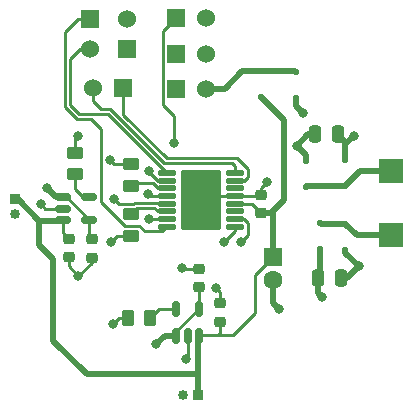
<source format=gbr>
%TF.GenerationSoftware,KiCad,Pcbnew,7.0.7*%
%TF.CreationDate,2024-10-25T00:06:54-07:00*%
%TF.ProjectId,PowerBoard_rev1.1,506f7765-7242-46f6-9172-645f72657631,rev?*%
%TF.SameCoordinates,Original*%
%TF.FileFunction,Copper,L1,Top*%
%TF.FilePolarity,Positive*%
%FSLAX46Y46*%
G04 Gerber Fmt 4.6, Leading zero omitted, Abs format (unit mm)*
G04 Created by KiCad (PCBNEW 7.0.7) date 2024-10-25 00:06:54*
%MOMM*%
%LPD*%
G01*
G04 APERTURE LIST*
G04 Aperture macros list*
%AMRoundRect*
0 Rectangle with rounded corners*
0 $1 Rounding radius*
0 $2 $3 $4 $5 $6 $7 $8 $9 X,Y pos of 4 corners*
0 Add a 4 corners polygon primitive as box body*
4,1,4,$2,$3,$4,$5,$6,$7,$8,$9,$2,$3,0*
0 Add four circle primitives for the rounded corners*
1,1,$1+$1,$2,$3*
1,1,$1+$1,$4,$5*
1,1,$1+$1,$6,$7*
1,1,$1+$1,$8,$9*
0 Add four rect primitives between the rounded corners*
20,1,$1+$1,$2,$3,$4,$5,0*
20,1,$1+$1,$4,$5,$6,$7,0*
20,1,$1+$1,$6,$7,$8,$9,0*
20,1,$1+$1,$8,$9,$2,$3,0*%
G04 Aperture macros list end*
%TA.AperFunction,ComponentPad*%
%ADD10R,1.600000X1.600000*%
%TD*%
%TA.AperFunction,ComponentPad*%
%ADD11C,1.600000*%
%TD*%
%TA.AperFunction,SMDPad,CuDef*%
%ADD12RoundRect,0.150000X-0.512500X-0.150000X0.512500X-0.150000X0.512500X0.150000X-0.512500X0.150000X0*%
%TD*%
%TA.AperFunction,ComponentPad*%
%ADD13R,1.530000X1.530000*%
%TD*%
%TA.AperFunction,ComponentPad*%
%ADD14C,1.530000*%
%TD*%
%TA.AperFunction,SMDPad,CuDef*%
%ADD15RoundRect,0.225000X0.250000X-0.225000X0.250000X0.225000X-0.250000X0.225000X-0.250000X-0.225000X0*%
%TD*%
%TA.AperFunction,SMDPad,CuDef*%
%ADD16RoundRect,0.225000X-0.250000X0.225000X-0.250000X-0.225000X0.250000X-0.225000X0.250000X0.225000X0*%
%TD*%
%TA.AperFunction,SMDPad,CuDef*%
%ADD17RoundRect,0.250000X-0.450000X0.262500X-0.450000X-0.262500X0.450000X-0.262500X0.450000X0.262500X0*%
%TD*%
%TA.AperFunction,SMDPad,CuDef*%
%ADD18RoundRect,0.250000X0.450000X-0.262500X0.450000X0.262500X-0.450000X0.262500X-0.450000X-0.262500X0*%
%TD*%
%TA.AperFunction,SMDPad,CuDef*%
%ADD19RoundRect,0.125000X-0.125000X0.125000X-0.125000X-0.125000X0.125000X-0.125000X0.125000X0.125000X0*%
%TD*%
%TA.AperFunction,SMDPad,CuDef*%
%ADD20RoundRect,0.045000X-0.705000X-0.180000X0.705000X-0.180000X0.705000X0.180000X-0.705000X0.180000X0*%
%TD*%
%TA.AperFunction,SMDPad,CuDef*%
%ADD21RoundRect,0.051000X-1.649000X-2.449000X1.649000X-2.449000X1.649000X2.449000X-1.649000X2.449000X0*%
%TD*%
%TA.AperFunction,ComponentPad*%
%ADD22C,0.550000*%
%TD*%
%TA.AperFunction,SMDPad,CuDef*%
%ADD23RoundRect,0.125000X0.125000X-0.125000X0.125000X0.125000X-0.125000X0.125000X-0.125000X-0.125000X0*%
%TD*%
%TA.AperFunction,SMDPad,CuDef*%
%ADD24RoundRect,0.150000X0.150000X-0.512500X0.150000X0.512500X-0.150000X0.512500X-0.150000X-0.512500X0*%
%TD*%
%TA.AperFunction,SMDPad,CuDef*%
%ADD25RoundRect,0.250000X0.250000X0.475000X-0.250000X0.475000X-0.250000X-0.475000X0.250000X-0.475000X0*%
%TD*%
%TA.AperFunction,SMDPad,CuDef*%
%ADD26RoundRect,0.250000X-0.250000X-0.475000X0.250000X-0.475000X0.250000X0.475000X-0.250000X0.475000X0*%
%TD*%
%TA.AperFunction,SMDPad,CuDef*%
%ADD27RoundRect,0.250000X0.262500X0.450000X-0.262500X0.450000X-0.262500X-0.450000X0.262500X-0.450000X0*%
%TD*%
%TA.AperFunction,ComponentPad*%
%ADD28R,0.850000X0.850000*%
%TD*%
%TA.AperFunction,ComponentPad*%
%ADD29C,0.850000*%
%TD*%
%TA.AperFunction,ComponentPad*%
%ADD30R,2.000000X2.000000*%
%TD*%
%TA.AperFunction,ViaPad*%
%ADD31C,0.800000*%
%TD*%
%TA.AperFunction,Conductor*%
%ADD32C,0.250000*%
%TD*%
%TA.AperFunction,Conductor*%
%ADD33C,0.508000*%
%TD*%
G04 APERTURE END LIST*
D10*
%TO.P,C2,1*%
%TO.N,+BATT*%
X149250400Y-80721200D03*
D11*
%TO.P,C2,2*%
%TO.N,GND*%
X149250400Y-82721200D03*
%TD*%
D12*
%TO.P,U2,1,CE*%
%TO.N,VCC*%
X131399700Y-75707200D03*
%TO.P,U2,2,V_{SS}*%
%TO.N,GND*%
X131399700Y-76657200D03*
%TO.P,U2,3,V_{BAT}*%
%TO.N,+BATT*%
X131399700Y-77607200D03*
%TO.P,U2,4,V_{DD}*%
%TO.N,VCC*%
X133674700Y-77607200D03*
%TO.P,U2,5,PROG*%
%TO.N,Net-(U2-PROG)*%
X133674700Y-75707200D03*
%TD*%
D13*
%TO.P,J1,01,01*%
%TO.N,Net-(U1-BOUT1)*%
X140958500Y-60553600D03*
D14*
%TO.P,J1,02,02*%
%TO.N,Net-(U1-BOUT2)*%
X143498500Y-60553600D03*
%TD*%
D15*
%TO.P,C8,1*%
%TO.N,+BATT*%
X144729200Y-86220600D03*
%TO.P,C8,2*%
%TO.N,GND*%
X144729200Y-84670600D03*
%TD*%
D16*
%TO.P,C6,1*%
%TO.N,+BATT*%
X131927600Y-79235000D03*
%TO.P,C6,2*%
%TO.N,GND*%
X131927600Y-80785000D03*
%TD*%
D17*
%TO.P,R4,1*%
%TO.N,Net-(U1-BISEN)*%
X137210800Y-77116300D03*
%TO.P,R4,2*%
%TO.N,GND*%
X137210800Y-78941300D03*
%TD*%
D18*
%TO.P,R3,1*%
%TO.N,Net-(U1-AISEN)*%
X137210800Y-74726800D03*
%TO.P,R3,2*%
%TO.N,GND*%
X137210800Y-72901800D03*
%TD*%
D13*
%TO.P,J6,01,01*%
%TO.N,DRV_FAULT*%
X133745700Y-60608900D03*
D14*
%TO.P,J6,02,02*%
%TO.N,DRV_SLEEP*%
X133745700Y-63148900D03*
%TD*%
D19*
%TO.P,D6,1,K*%
%TO.N,VDC*%
X151130000Y-65074800D03*
%TO.P,D6,2,A*%
%TO.N,VCC*%
X151130000Y-67274800D03*
%TD*%
D18*
%TO.P,R1,1*%
%TO.N,Net-(U2-PROG)*%
X132435600Y-73759700D03*
%TO.P,R1,2*%
%TO.N,GND*%
X132435600Y-71934700D03*
%TD*%
D15*
%TO.P,C7,1*%
%TO.N,VCC*%
X142951200Y-83325000D03*
%TO.P,C7,2*%
%TO.N,GND*%
X142951200Y-81775000D03*
%TD*%
D20*
%TO.P,U1,1,~{SLEEP}*%
%TO.N,DRV_SLEEP*%
X140219600Y-73642200D03*
%TO.P,U1,2,AOUT1*%
%TO.N,Net-(U1-AOUT1)*%
X140219600Y-74292200D03*
%TO.P,U1,3,AISEN*%
%TO.N,Net-(U1-AISEN)*%
X140219600Y-74942200D03*
%TO.P,U1,4,AOUT2*%
%TO.N,Net-(U1-AOUT2)*%
X140219600Y-75592200D03*
%TO.P,U1,5,BOUT2*%
%TO.N,Net-(U1-BOUT2)*%
X140219600Y-76242200D03*
%TO.P,U1,6,BISEN*%
%TO.N,Net-(U1-BISEN)*%
X140219600Y-76892200D03*
%TO.P,U1,7,BOUT1*%
%TO.N,Net-(U1-BOUT1)*%
X140219600Y-77542200D03*
%TO.P,U1,8,~{FAULT}*%
%TO.N,DRV_FAULT*%
X140219600Y-78192200D03*
%TO.P,U1,9,BIN1*%
%TO.N,MOTOR2_BIN1*%
X146019600Y-78192200D03*
%TO.P,U1,10,BIN2*%
%TO.N,MOTOR2_BIN2*%
X146019600Y-77542200D03*
%TO.P,U1,11,NC*%
%TO.N,unconnected-(U1-NC-Pad11)*%
X146019600Y-76892200D03*
%TO.P,U1,12,VM*%
%TO.N,+BATT*%
X146019600Y-76242200D03*
%TO.P,U1,13,GND*%
%TO.N,GND*%
X146019600Y-75592200D03*
%TO.P,U1,14,NC*%
%TO.N,unconnected-(U1-NC-Pad14)*%
X146019600Y-74942200D03*
%TO.P,U1,15,AIN2*%
%TO.N,MOTOR1_AIN2*%
X146019600Y-74292200D03*
%TO.P,U1,16,AIN1*%
%TO.N,MOTOR1_AIN1*%
X146019600Y-73642200D03*
D21*
%TO.P,U1,17,EXP*%
%TO.N,GND*%
X143119600Y-75917200D03*
D22*
%TO.P,U1,18_1*%
%TO.N,N/C*%
X142119600Y-74117200D03*
%TO.P,U1,18_2*%
X142119600Y-75317200D03*
%TO.P,U1,18_3*%
X142119600Y-76517200D03*
%TO.P,U1,18_4*%
X142119600Y-77717200D03*
%TO.P,U1,18_5*%
X143119600Y-74117200D03*
%TO.P,U1,18_6*%
X143119600Y-75317200D03*
%TO.P,U1,18_7*%
X143119600Y-76517200D03*
%TO.P,U1,18_8*%
X143119600Y-77717200D03*
%TO.P,U1,18_9*%
X144119600Y-74117200D03*
%TO.P,U1,18_10*%
X144119600Y-75317200D03*
%TO.P,U1,18_11*%
X144119600Y-76517200D03*
%TO.P,U1,18_12*%
X144119600Y-77717200D03*
%TD*%
D23*
%TO.P,D14,1,K*%
%TO.N,VCC*%
X153212800Y-80094000D03*
%TO.P,D14,2,A*%
%TO.N,Net-(D12-K)*%
X153212800Y-77894000D03*
%TD*%
D24*
%TO.P,U3,1,CE*%
%TO.N,VCC*%
X141036000Y-87395900D03*
%TO.P,U3,2,V_{SS}*%
%TO.N,GND*%
X141986000Y-87395900D03*
%TO.P,U3,3,V_{BAT}*%
%TO.N,+BATT*%
X142936000Y-87395900D03*
%TO.P,U3,4,V_{DD}*%
%TO.N,VCC*%
X142936000Y-85120900D03*
%TO.P,U3,5,PROG*%
%TO.N,Net-(U3-PROG)*%
X141036000Y-85120900D03*
%TD*%
D19*
%TO.P,D5,1,K*%
%TO.N,VDC*%
X148234400Y-65024000D03*
%TO.P,D5,2,A*%
%TO.N,+BATT*%
X148234400Y-67224000D03*
%TD*%
D23*
%TO.P,D11,1,K*%
%TO.N,Net-(D11-K)*%
X151993600Y-74810800D03*
%TO.P,D11,2,A*%
%TO.N,GND*%
X151993600Y-72610800D03*
%TD*%
D13*
%TO.P,J4,01,01*%
%TO.N,MOTOR1_AIN2*%
X136550400Y-66446400D03*
D14*
%TO.P,J4,02,02*%
%TO.N,MOTOR1_AIN1*%
X134010400Y-66446400D03*
%TD*%
D25*
%TO.P,C12,1*%
%TO.N,VCC*%
X154686000Y-70358000D03*
%TO.P,C12,2*%
%TO.N,GND*%
X152786000Y-70358000D03*
%TD*%
D16*
%TO.P,C5,1*%
%TO.N,VCC*%
X133858000Y-79248000D03*
%TO.P,C5,2*%
%TO.N,GND*%
X133858000Y-80798000D03*
%TD*%
D26*
%TO.P,C11,1*%
%TO.N,VCC*%
X153040000Y-82550000D03*
%TO.P,C11,2*%
%TO.N,GND*%
X154940000Y-82550000D03*
%TD*%
D19*
%TO.P,D12,1,K*%
%TO.N,Net-(D12-K)*%
X155346400Y-77944800D03*
%TO.P,D12,2,A*%
%TO.N,GND*%
X155346400Y-80144800D03*
%TD*%
%TO.P,D13,1,K*%
%TO.N,VCC*%
X155346400Y-72560000D03*
%TO.P,D13,2,A*%
%TO.N,Net-(D11-K)*%
X155346400Y-74760000D03*
%TD*%
D15*
%TO.P,C1,1*%
%TO.N,+BATT*%
X148183600Y-77063600D03*
%TO.P,C1,2*%
%TO.N,GND*%
X148183600Y-75513600D03*
%TD*%
D13*
%TO.P,J2,01,01*%
%TO.N,Net-(U1-AOUT1)*%
X140958500Y-63550800D03*
D14*
%TO.P,J2,02,02*%
%TO.N,Net-(U1-AOUT2)*%
X143498500Y-63550800D03*
%TD*%
D27*
%TO.P,R2,1*%
%TO.N,Net-(U3-PROG)*%
X138783700Y-85902800D03*
%TO.P,R2,2*%
%TO.N,GND*%
X136958700Y-85902800D03*
%TD*%
D13*
%TO.P,J3,01,01*%
%TO.N,GND*%
X140965700Y-66486400D03*
D14*
%TO.P,J3,02,02*%
%TO.N,VDC*%
X143505700Y-66486400D03*
%TD*%
D13*
%TO.P,J5,01,01*%
%TO.N,MOTOR2_BIN2*%
X136855700Y-63163900D03*
D14*
%TO.P,J5,02,02*%
%TO.N,MOTOR2_BIN1*%
X136855700Y-60623900D03*
%TD*%
D28*
%TO.P,J8,1,1*%
%TO.N,+BATT*%
X127355600Y-75844400D03*
D29*
%TO.P,J8,2,2*%
%TO.N,GND*%
X127355600Y-77094400D03*
%TD*%
D30*
%TO.P,TP6,1,1*%
%TO.N,Net-(D12-K)*%
X159207200Y-78892400D03*
%TD*%
D28*
%TO.P,J7,1,1*%
%TO.N,+BATT*%
X142864999Y-92448800D03*
D29*
%TO.P,J7,2,2*%
%TO.N,GND*%
X141614999Y-92448800D03*
%TD*%
D30*
%TO.P,TP5,1,1*%
%TO.N,Net-(D11-K)*%
X159207200Y-73507600D03*
%TD*%
D31*
%TO.N,GND*%
X148691600Y-74371200D03*
X149758400Y-85140800D03*
X151231600Y-71323200D03*
X144373600Y-83362800D03*
X135636000Y-86410800D03*
X141884400Y-89408000D03*
X141478000Y-81686400D03*
X132740400Y-82346800D03*
X132689600Y-70510400D03*
X156464000Y-81534000D03*
X129590800Y-76301600D03*
X135534400Y-79451200D03*
X135432800Y-72542400D03*
%TO.N,MOTOR2_BIN2*%
X146507200Y-79502000D03*
%TO.N,MOTOR2_BIN1*%
X145084800Y-79451200D03*
%TO.N,VCC*%
X151739600Y-68580000D03*
X139344400Y-88087200D03*
X130048000Y-74930000D03*
X153365200Y-84124800D03*
X156057600Y-70510400D03*
%TO.N,Net-(U1-BOUT1)*%
X140817600Y-71069200D03*
X138734800Y-77571600D03*
%TO.N,Net-(U1-BOUT2)*%
X135737600Y-75844400D03*
%TO.N,Net-(U1-AOUT1)*%
X138709400Y-73482200D03*
%TO.N,Net-(U1-AOUT2)*%
X138632700Y-75431900D03*
%TD*%
D32*
%TO.N,GND*%
X129590800Y-76301600D02*
X129946400Y-76657200D01*
X129946400Y-76657200D02*
X131399700Y-76657200D01*
D33*
X152196800Y-70358000D02*
X151231600Y-71323200D01*
X155448000Y-82550000D02*
X156464000Y-81534000D01*
D32*
X133858000Y-80798000D02*
X133858000Y-81229200D01*
D33*
X151993600Y-72085200D02*
X151231600Y-71323200D01*
D32*
X144622418Y-75592200D02*
X144297418Y-75917200D01*
X148183600Y-74879200D02*
X148691600Y-74371200D01*
D33*
X152786000Y-70358000D02*
X152196800Y-70358000D01*
D32*
X141566600Y-81775000D02*
X141478000Y-81686400D01*
X141986000Y-87395900D02*
X141986000Y-89306400D01*
X137210800Y-72901800D02*
X135792200Y-72901800D01*
X144191351Y-75917200D02*
X143119600Y-75917200D01*
D33*
X149250400Y-82721200D02*
X149250400Y-84632800D01*
D32*
X148183600Y-75513600D02*
X148183600Y-74879200D01*
X144516351Y-75592200D02*
X144191351Y-75917200D01*
D33*
X149250400Y-84632800D02*
X149758400Y-85140800D01*
D32*
X132435600Y-70764400D02*
X132689600Y-70510400D01*
X131927600Y-80785000D02*
X131927600Y-81534000D01*
X148105000Y-75592200D02*
X148183600Y-75513600D01*
X135792200Y-72901800D02*
X135432800Y-72542400D01*
X136044300Y-78941300D02*
X135534400Y-79451200D01*
X142951200Y-81775000D02*
X141566600Y-81775000D01*
X146019600Y-75592200D02*
X144622418Y-75592200D01*
X141986000Y-89306400D02*
X141884400Y-89408000D01*
X137210800Y-78941300D02*
X136044300Y-78941300D01*
X133858000Y-81229200D02*
X132740400Y-82346800D01*
D33*
X155346400Y-80144800D02*
X155346400Y-80416400D01*
X155346400Y-80416400D02*
X156464000Y-81534000D01*
X151993600Y-72610800D02*
X151993600Y-72085200D01*
D32*
X146019600Y-75592200D02*
X148105000Y-75592200D01*
X144729200Y-83718400D02*
X144373600Y-83362800D01*
D33*
X154940000Y-82550000D02*
X155448000Y-82550000D01*
D32*
X144297418Y-75917200D02*
X143119600Y-75917200D01*
X136958700Y-85902800D02*
X136144000Y-85902800D01*
X136144000Y-85902800D02*
X135636000Y-86410800D01*
X131927600Y-81534000D02*
X132740400Y-82346800D01*
X144729200Y-84670600D02*
X144729200Y-83718400D01*
X132435600Y-71934700D02*
X132435600Y-70764400D01*
D33*
%TO.N,+BATT*%
X130606800Y-80924400D02*
X130606800Y-87833200D01*
X148984939Y-77063600D02*
X148183600Y-77063600D01*
X148234400Y-67224000D02*
X150155200Y-69144800D01*
X131343300Y-77663600D02*
X131399700Y-77607200D01*
X129440261Y-77663600D02*
X129440261Y-79757861D01*
D32*
X144526000Y-87329800D02*
X143002100Y-87329800D01*
D33*
X142864999Y-90678000D02*
X142864999Y-87466901D01*
X127355600Y-75844400D02*
X127621061Y-75844400D01*
D32*
X147726400Y-82245200D02*
X149250400Y-80721200D01*
X144526000Y-87329800D02*
X145851505Y-87329800D01*
D33*
X149250400Y-80721200D02*
X149250400Y-77058261D01*
X131399700Y-77607200D02*
X131446800Y-77654300D01*
X142864999Y-87466901D02*
X142936000Y-87395900D01*
D32*
X143002100Y-87329800D02*
X142936000Y-87395900D01*
X147726400Y-85454905D02*
X147726400Y-82245200D01*
D33*
X150155200Y-75893339D02*
X149120339Y-76928200D01*
D32*
X147421600Y-76292800D02*
X146070200Y-76292800D01*
X144729200Y-87126600D02*
X144526000Y-87329800D01*
D33*
X129440261Y-77663600D02*
X131343300Y-77663600D01*
D32*
X131490800Y-77698300D02*
X131399700Y-77607200D01*
D33*
X127621061Y-75844400D02*
X129440261Y-77663600D01*
D32*
X145851505Y-87329800D02*
X147726400Y-85454905D01*
X147421600Y-76301600D02*
X148183600Y-77063600D01*
D33*
X149250400Y-77058261D02*
X149120339Y-76928200D01*
D32*
X131399700Y-77607200D02*
X131399700Y-78707100D01*
X145851505Y-87329800D02*
X145940000Y-87329800D01*
X131399700Y-78707100D02*
X131927600Y-79235000D01*
X147421600Y-76292800D02*
X147421600Y-76301600D01*
D33*
X142864999Y-92448800D02*
X142864999Y-90678000D01*
D32*
X144729200Y-86220600D02*
X144729200Y-87126600D01*
D33*
X129440261Y-79757861D02*
X130606800Y-80924400D01*
X149120339Y-76928200D02*
X148984939Y-77063600D01*
X150155200Y-69144800D02*
X150155200Y-75893339D01*
X133451600Y-90678000D02*
X142864999Y-90678000D01*
X130606800Y-87833200D02*
X133451600Y-90678000D01*
D32*
X146070200Y-76292800D02*
X146019600Y-76242200D01*
%TO.N,MOTOR1_AIN2*%
X147094600Y-73308941D02*
X147094600Y-73975459D01*
X146132059Y-72346400D02*
X147094600Y-73308941D01*
X136550400Y-68700208D02*
X140196592Y-72346400D01*
X146777859Y-74292200D02*
X146019600Y-74292200D01*
X147094600Y-73975459D02*
X146777859Y-74292200D01*
X140196592Y-72346400D02*
X146132059Y-72346400D01*
X136550400Y-66446400D02*
X136550400Y-68700208D01*
%TO.N,MOTOR1_AIN1*%
X134010400Y-67513200D02*
X134678000Y-68180800D01*
X134678000Y-68180800D02*
X135394596Y-68180800D01*
X134010400Y-66446400D02*
X134010400Y-67513200D01*
X135394596Y-68180800D02*
X140010196Y-72796400D01*
X140010196Y-72796400D02*
X145745200Y-72796400D01*
X146019600Y-73070800D02*
X146019600Y-73642200D01*
X145745200Y-72796400D02*
X146019600Y-73070800D01*
%TO.N,MOTOR2_BIN2*%
X146507200Y-79502000D02*
X147094600Y-78914600D01*
X146777859Y-77542200D02*
X146019600Y-77542200D01*
X147094600Y-78914600D02*
X147094600Y-77858941D01*
X147094600Y-77858941D02*
X146777859Y-77542200D01*
%TO.N,MOTOR2_BIN1*%
X146019600Y-78192200D02*
X146019600Y-78516400D01*
X146019600Y-78516400D02*
X145084800Y-79451200D01*
D33*
%TO.N,VCC*%
X151130000Y-67970400D02*
X151739600Y-68580000D01*
X140035700Y-87395900D02*
X141036000Y-87395900D01*
D32*
X142936000Y-85120900D02*
X142936000Y-83340200D01*
X133674700Y-79064700D02*
X133858000Y-79248000D01*
D33*
X151130000Y-67274800D02*
X151130000Y-67970400D01*
X139344400Y-88087200D02*
X140035700Y-87395900D01*
X131399700Y-75707200D02*
X130825200Y-75707200D01*
X155346400Y-72560000D02*
X155346400Y-71221600D01*
X153040000Y-83799600D02*
X153365200Y-84124800D01*
D32*
X131774700Y-75707200D02*
X131399700Y-75707200D01*
D33*
X153212800Y-80094000D02*
X153212800Y-82377200D01*
X155346400Y-72560000D02*
X155346400Y-71018400D01*
X155346400Y-71018400D02*
X154686000Y-70358000D01*
D32*
X141036000Y-87020900D02*
X141036000Y-87395900D01*
D33*
X153212800Y-82377200D02*
X153040000Y-82550000D01*
D32*
X133674700Y-77607200D02*
X131774700Y-75707200D01*
X133674700Y-77607200D02*
X133674700Y-79064700D01*
D33*
X130825200Y-75707200D02*
X130048000Y-74930000D01*
X153040000Y-82550000D02*
X153040000Y-83799600D01*
X155346400Y-71221600D02*
X156057600Y-70510400D01*
D32*
X142936000Y-85120900D02*
X141036000Y-87020900D01*
X142936000Y-83340200D02*
X142951200Y-83325000D01*
D33*
%TO.N,Net-(D11-K)*%
X152044400Y-74760000D02*
X151993600Y-74810800D01*
X156565600Y-73507600D02*
X155346400Y-74726800D01*
X155346400Y-74726800D02*
X155346400Y-74760000D01*
X155346400Y-74760000D02*
X152044400Y-74760000D01*
X159207200Y-73507600D02*
X156565600Y-73507600D01*
%TO.N,Net-(D12-K)*%
X159207200Y-78892400D02*
X156294000Y-78892400D01*
X155346400Y-77944800D02*
X153263600Y-77944800D01*
X156294000Y-78892400D02*
X155346400Y-77944800D01*
X153263600Y-77944800D02*
X153212800Y-77894000D01*
D32*
%TO.N,Net-(U1-BOUT1)*%
X140817600Y-71069200D02*
X140817600Y-68834000D01*
X140219600Y-77542200D02*
X138764200Y-77542200D01*
X139868500Y-61643600D02*
X140958500Y-60553600D01*
X138764200Y-77542200D02*
X138734800Y-77571600D01*
X140817600Y-68834000D02*
X139868500Y-67884900D01*
X139868500Y-67884900D02*
X139868500Y-61643600D01*
%TO.N,Net-(U1-BOUT2)*%
X140183800Y-76206400D02*
X140219600Y-76242200D01*
X137448504Y-76242200D02*
X137484304Y-76206400D01*
X136135400Y-76242200D02*
X137448504Y-76242200D01*
X135737600Y-75844400D02*
X136135400Y-76242200D01*
X137484304Y-76206400D02*
X140183800Y-76206400D01*
%TO.N,Net-(U1-AOUT1)*%
X138709400Y-73540259D02*
X139461341Y-74292200D01*
X139461341Y-74292200D02*
X140219600Y-74292200D01*
X138709400Y-73482200D02*
X138709400Y-73540259D01*
%TO.N,Net-(U1-AOUT2)*%
X138793000Y-75592200D02*
X140219600Y-75592200D01*
X138632700Y-75431900D02*
X138793000Y-75592200D01*
%TO.N,DRV_FAULT*%
X134662200Y-76093373D02*
X134662200Y-69943000D01*
X131572000Y-61722000D02*
X132685100Y-60608900D01*
X138382773Y-78587600D02*
X137898973Y-78103800D01*
X133800000Y-69080800D02*
X132604804Y-69080800D01*
X134662200Y-69943000D02*
X133800000Y-69080800D01*
X132685100Y-60608900D02*
X133745700Y-60608900D01*
X136672627Y-78103800D02*
X134662200Y-76093373D01*
X137898973Y-78103800D02*
X136672627Y-78103800D01*
X132604804Y-69080800D02*
X131572000Y-68047996D01*
X140219600Y-78192200D02*
X139824200Y-78587600D01*
X139824200Y-78587600D02*
X138382773Y-78587600D01*
X131572000Y-68047996D02*
X131572000Y-61722000D01*
%TO.N,DRV_SLEEP*%
X135208200Y-68630800D02*
X132791200Y-68630800D01*
X132888300Y-63148900D02*
X133745700Y-63148900D01*
X132029200Y-64008000D02*
X132888300Y-63148900D01*
X132791200Y-68630800D02*
X132029200Y-67868800D01*
X140219600Y-73642200D02*
X135208200Y-68630800D01*
X132029200Y-67868800D02*
X132029200Y-64008000D01*
D33*
%TO.N,VDC*%
X148234400Y-65024000D02*
X151079200Y-65024000D01*
X151079200Y-65024000D02*
X151130000Y-65074800D01*
X143505700Y-66486400D02*
X145146400Y-66486400D01*
X146608800Y-65024000D02*
X148234400Y-65024000D01*
X145146400Y-66486400D02*
X146608800Y-65024000D01*
D32*
%TO.N,Net-(U2-PROG)*%
X133674700Y-75707200D02*
X133162000Y-75707200D01*
X133162000Y-75707200D02*
X132435600Y-74980800D01*
X132435600Y-74980800D02*
X132435600Y-73759700D01*
%TO.N,Net-(U3-PROG)*%
X139565600Y-85120900D02*
X138783700Y-85902800D01*
X141036000Y-85120900D02*
X139565600Y-85120900D01*
%TO.N,Net-(U1-AISEN)*%
X139461341Y-74942200D02*
X140219600Y-74942200D01*
X137210800Y-74726800D02*
X137414000Y-74523600D01*
X137414000Y-74523600D02*
X139042741Y-74523600D01*
X139042741Y-74523600D02*
X139461341Y-74942200D01*
%TO.N,Net-(U1-BISEN)*%
X137720700Y-76606400D02*
X139175542Y-76606400D01*
X137210800Y-77116300D02*
X137720700Y-76606400D01*
X139461342Y-76892200D02*
X140219600Y-76892200D01*
X139175542Y-76606400D02*
X139461342Y-76892200D01*
%TD*%
M02*

</source>
